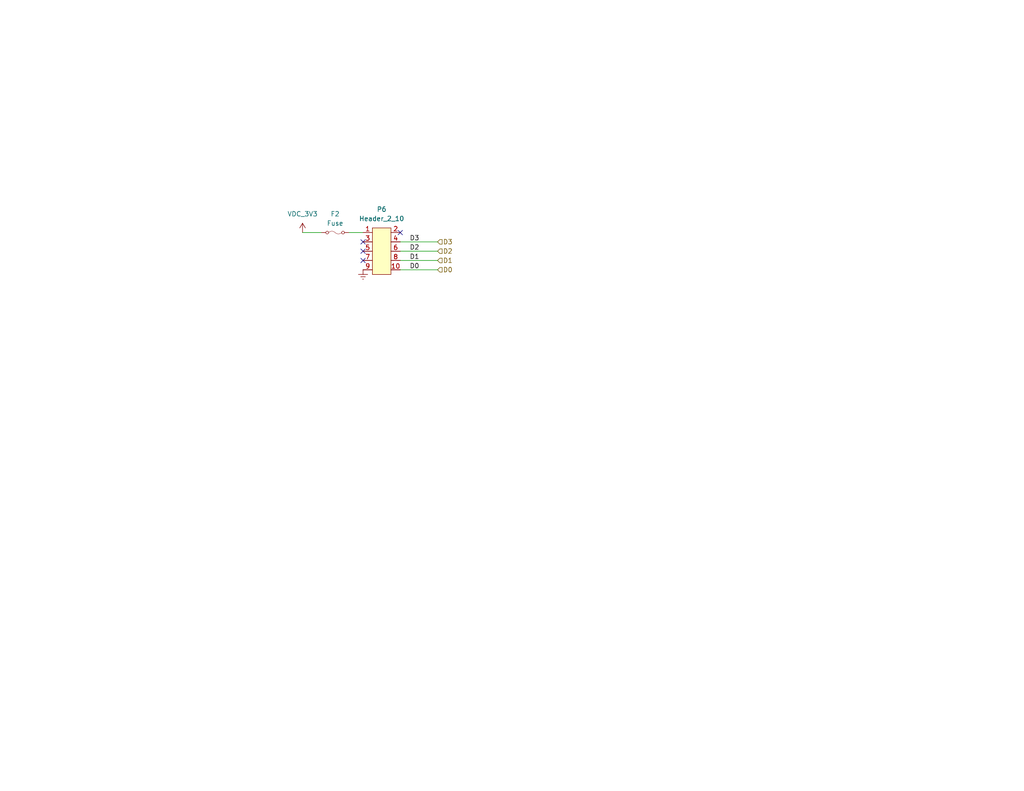
<source format=kicad_sch>
(kicad_sch (version 20231120) (generator "eeschema") (generator_version "8.0")
  (paper "A")
  (title_block (title "${PROJECT_NAME}") (date "2025-03-18") (rev "${PCB_REVISION}") (company "BRENDANHAINES.COM"))
  (lib_symbols
    (symbol "bh:Fuse" (pin_numbers hide) (pin_names hide)
      (property "Reference" "F" (at 2.54 2.54 0))
      (property "Value" "Fuse" (at 3.81 0 0))
      (symbol "Fuse_0_1"
        (circle (center 0 -2.159) (radius 0.381) (stroke (width 0.127)))
        (arc (start 0 0) (mid -0.3683 -0.889) (end 0 -1.778) (stroke (width 0.0508)))
        (arc (start 0 0) (mid 0.3683 0.889) (end 0 1.778) (stroke (width 0.0508)))
        (circle (center 0 2.159) (radius 0.381) (stroke (width 0.127)))
      )
      (symbol "Fuse_1_1"
        (pin passive line (at 0 3.81 270) (length 1.27) (name "~") (number "1"))
        (pin passive line (at 0 -3.81 90) (length 1.27) (name "~") (number "2"))
      )
    )
    (symbol "bh:GND" (power) (pin_names (offset 0))
      (symbol "GND_0_1"
        (polyline (pts (xy -0.635 -1.905) (xy 0.635 -1.905)))
        (polyline (pts (xy -0.127 -2.54) (xy 0.127 -2.54)))
        (polyline (pts (xy 0 -1.27) (xy 0 0)))
        (polyline (pts (xy 1.27 -1.27) (xy -1.27 -1.27)))
      )
      (symbol "GND_1_1"
        (pin power_in line (at 0 0 90) (length 0) hide (name "GND") (number "1"))
      )
    )
    (symbol "bh:Header_2_10" (pin_names (offset 1.016) hide)
      (property "Reference" "P" (at 0 0 0))
      (property "Value" "Header_2_10" (at 0 0 0))
      (symbol "Header_2_10_0_1"
        (rectangle (start 0 0) (end 5.08 -12.7) (fill (type background)))
      )
      (symbol "Header_2_10_0_2"
        (rectangle (start 0 0) (end 2.54 -25.4) (fill (type background)))
      )
      (symbol "Header_2_10_1_1"
        (pin passive line (at -2.54 -1.27 0) (length 2.54) (name "~") (number "1"))
        (pin passive line (at 7.62 -11.43 180) (length 2.54) (name "~") (number "10"))
        (pin passive line (at 7.62 -1.27 180) (length 2.54) (name "~") (number "2"))
        (pin passive line (at -2.54 -3.81 0) (length 2.54) (name "~") (number "3"))
        (pin passive line (at 7.62 -3.81 180) (length 2.54) (name "~") (number "4"))
        (pin passive line (at -2.54 -6.35 0) (length 2.54) (name "~") (number "5"))
        (pin passive line (at 7.62 -6.35 180) (length 2.54) (name "~") (number "6"))
        (pin passive line (at -2.54 -8.89 0) (length 2.54) (name "~") (number "7"))
        (pin passive line (at 7.62 -8.89 180) (length 2.54) (name "~") (number "8"))
        (pin passive line (at -2.54 -11.43 0) (length 2.54) (name "~") (number "9"))
      )
      (symbol "Header_2_10_1_2"
        (pin passive line (at -2.54 -1.27 0) (length 2.54) (name "~") (number "1"))
        (pin passive line (at -2.54 -24.13 0) (length 2.54) (name "~") (number "10"))
        (pin passive line (at -2.54 -3.81 0) (length 2.54) (name "~") (number "2"))
        (pin passive line (at -2.54 -6.35 0) (length 2.54) (name "~") (number "3"))
        (pin passive line (at -2.54 -8.89 0) (length 2.54) (name "~") (number "4"))
        (pin passive line (at -2.54 -11.43 0) (length 2.54) (name "~") (number "5"))
        (pin passive line (at -2.54 -13.97 0) (length 2.54) (name "~") (number "6"))
        (pin passive line (at -2.54 -16.51 0) (length 2.54) (name "~") (number "7"))
        (pin passive line (at -2.54 -19.05 0) (length 2.54) (name "~") (number "8"))
        (pin passive line (at -2.54 -21.59 0) (length 2.54) (name "~") (number "9"))
      )
    )
    (symbol "bh:VDC_3V3" (power) (pin_names (offset 0))
      (property "Value" "VDC_3V3" (at 0 3.556 0))
      (symbol "VDC_3V3_0_1"
        (polyline (pts (xy -0.762 1.27) (xy 0 2.54)))
        (polyline (pts (xy 0 0) (xy 0 2.54)))
        (polyline (pts (xy 0 2.54) (xy 0.762 1.27)))
      )
      (symbol "VDC_3V3_1_1"
        (pin power_in line (at 0 0 90) (length 0) hide (name "VDC_3V3") (number "1"))
      )
    )
  )
  (no_connect (at 109.22 63.5))
  (no_connect (at 99.06 66.04))
  (no_connect (at 99.06 71.12))
  (no_connect (at 99.06 68.58))
  (wire (pts (xy 109.22 66.04) (xy 119.38 66.04)))
  (wire (pts (xy 109.22 73.66) (xy 119.38 73.66)))
  (wire (pts (xy 109.22 68.58) (xy 119.38 68.58)))
  (wire (pts (xy 95.25 63.5) (xy 99.06 63.5)))
  (wire (pts (xy 109.22 71.12) (xy 119.38 71.12)))
  (wire (pts (xy 82.55 63.5) (xy 87.63 63.5)))
  (label "D2" (at 111.76 68.58 0))
  (label "D1" (at 111.76 71.12 0))
  (label "D0" (at 111.76 73.66 0))
  (label "D3" (at 111.76 66.04 0))
  (hierarchical_label "D0" (shape input) (at 119.38 73.66 0))
  (hierarchical_label "D1" (shape input) (at 119.38 71.12 0))
  (hierarchical_label "D3" (shape input) (at 119.38 66.04 0))
  (hierarchical_label "D2" (shape input) (at 119.38 68.58 0))
  (symbol (lib_id "bh:GND") (at 99.06 73.66 0) (unit 1)
    (property "Reference" "#PWR032" (effects (hide yes)))
    (property "Value" "GND" (effects (hide yes)))
    (property "Description" "Power Symbol" (effects (hide yes)))
    (instances (project "pluto_shield" (path "" (reference "#PWR032") (unit 1)) (path "" (reference "#PWR034") (unit 1)) (path "" (reference "#PWR030") (unit 1))))
  )
  (symbol (lib_id "bh:Fuse") (at 91.44 63.5 90) (unit 1)
    (property "Reference" "F2" (at 91.44 58.42 90))
    (property "Value" "Fuse" (at 91.44 60.96 90))
    (property "Footprint" "common:R0603" (effects (hide yes)))
    (property "Description" "Fuse" (effects (hide yes)))
    (instances (project "pluto_shield" (path "" (reference "F2") (unit 1)) (path "" (reference "F3") (unit 1)) (path "" (reference "F1") (unit 1))))
  )
  (symbol (lib_id "bh:Header_2_10") (at 101.6 62.23 0) (unit 1)
    (property "Reference" "P6" (at 104.14 57.15 0))
    (property "Value" "Header_2_10" (at 104.14 59.69 0))
    (property "Footprint" "common:PinHeader_2x05_P2.54mm_Vertical" (effects (hide yes)))
    (property "Description" "Header, 2x5" (effects (hide yes)))
    (instances (project "pluto_shield" (path "" (reference "P6") (unit 1)) (path "" (reference "P7") (unit 1)) (path "" (reference "P5") (unit 1))))
  )
  (symbol (lib_id "bh:VDC_3V3") (at 82.55 63.5 0) (unit 1)
    (property "Reference" "#PWR031" (effects (hide yes)))
    (property "Value" "VDC_3V3" (at 82.55 58.42 0))
    (property "Description" "Power Symbol" (effects (hide yes)))
    (instances (project "pluto_shield" (path "" (reference "#PWR031") (unit 1)) (path "" (reference "#PWR033") (unit 1)) (path "" (reference "#PWR012") (unit 1))))
  )
)
</source>
